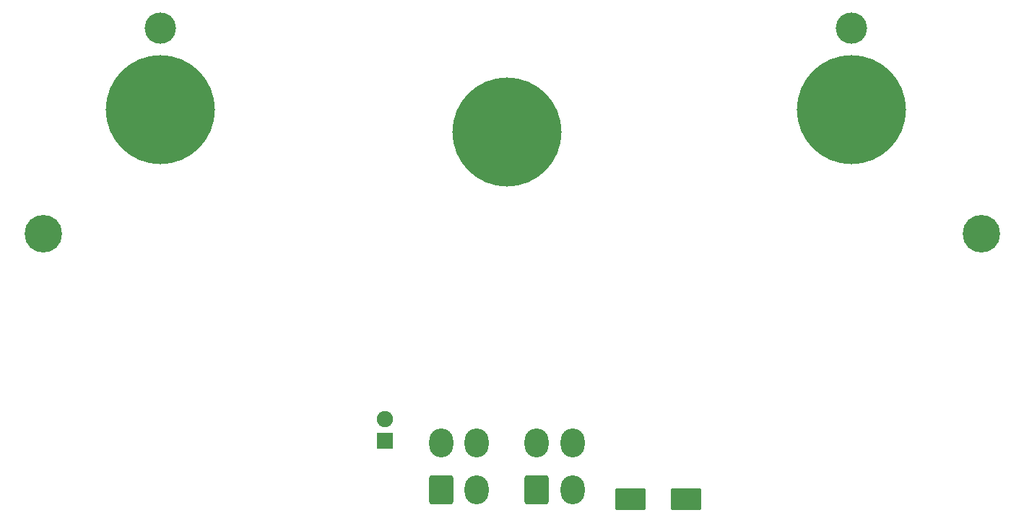
<source format=gbr>
%TF.GenerationSoftware,KiCad,Pcbnew,(6.0.9)*%
%TF.CreationDate,2023-01-06T22:20:37-09:00*%
%TF.ProjectId,SNSR PANEL,534e5352-2050-4414-9e45-4c2e6b696361,rev?*%
%TF.SameCoordinates,Original*%
%TF.FileFunction,Soldermask,Bot*%
%TF.FilePolarity,Negative*%
%FSLAX46Y46*%
G04 Gerber Fmt 4.6, Leading zero omitted, Abs format (unit mm)*
G04 Created by KiCad (PCBNEW (6.0.9)) date 2023-01-06 22:20:37*
%MOMM*%
%LPD*%
G01*
G04 APERTURE LIST*
G04 Aperture macros list*
%AMRoundRect*
0 Rectangle with rounded corners*
0 $1 Rounding radius*
0 $2 $3 $4 $5 $6 $7 $8 $9 X,Y pos of 4 corners*
0 Add a 4 corners polygon primitive as box body*
4,1,4,$2,$3,$4,$5,$6,$7,$8,$9,$2,$3,0*
0 Add four circle primitives for the rounded corners*
1,1,$1+$1,$2,$3*
1,1,$1+$1,$4,$5*
1,1,$1+$1,$6,$7*
1,1,$1+$1,$8,$9*
0 Add four rect primitives between the rounded corners*
20,1,$1+$1,$2,$3,$4,$5,0*
20,1,$1+$1,$4,$5,$6,$7,0*
20,1,$1+$1,$6,$7,$8,$9,0*
20,1,$1+$1,$8,$9,$2,$3,0*%
G04 Aperture macros list end*
%ADD10C,4.400000*%
%ADD11C,3.672000*%
%ADD12C,12.800000*%
%ADD13RoundRect,0.300000X-1.500000X-1.000000X1.500000X-1.000000X1.500000X1.000000X-1.500000X1.000000X0*%
%ADD14RoundRect,0.050000X0.900000X-0.900000X0.900000X0.900000X-0.900000X0.900000X-0.900000X-0.900000X0*%
%ADD15C,1.900000*%
%ADD16RoundRect,0.300001X-1.099999X-1.399999X1.099999X-1.399999X1.099999X1.399999X-1.099999X1.399999X0*%
%ADD17O,2.800000X3.400000*%
G04 APERTURE END LIST*
D10*
%TO.C,1*%
X207523258Y-80062402D03*
%TD*%
%TO.C,2*%
X97541259Y-80062402D03*
%TD*%
D11*
%TO.C,3*%
X111257259Y-55932402D03*
D12*
X111257259Y-65457402D03*
X111257259Y-65457402D03*
%TD*%
%TO.C,4*%
X151897259Y-68124402D03*
%TD*%
%TO.C,5*%
X192283259Y-65457402D03*
X192283259Y-65457402D03*
D11*
X192283259Y-55932402D03*
%TD*%
D13*
%TO.C,C1*%
X166400000Y-111250000D03*
X172900000Y-111250000D03*
%TD*%
D14*
%TO.C,D1*%
X137650000Y-104350000D03*
D15*
X137650000Y-101810000D03*
%TD*%
D16*
%TO.C,J1*%
X155400000Y-110100000D03*
D17*
X159600000Y-110100000D03*
X155400000Y-104600000D03*
X159600000Y-104600000D03*
%TD*%
D16*
%TO.C,J2*%
X144200000Y-110100000D03*
D17*
X148400000Y-110100000D03*
X144200000Y-104600000D03*
X148400000Y-104600000D03*
%TD*%
M02*

</source>
